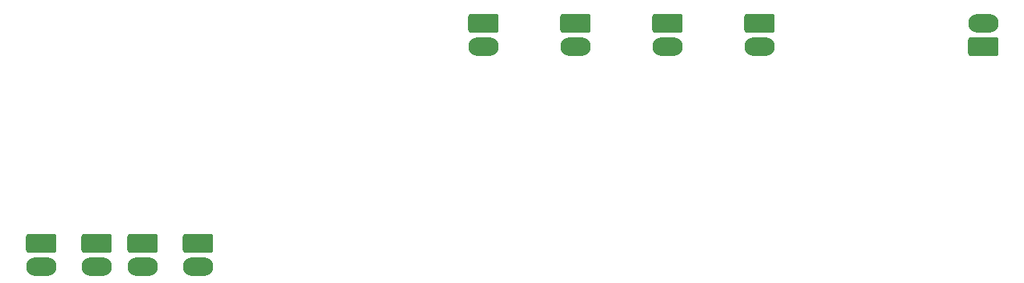
<source format=gbp>
G04 Layer_Color=128*
%FSLAX44Y44*%
%MOMM*%
G71*
G01*
G75*
%ADD14O,3.3020X2.0320*%
G04:AMPARAMS|DCode=15|XSize=3.302mm|YSize=2.032mm|CornerRadius=0.254mm|HoleSize=0mm|Usage=FLASHONLY|Rotation=180.000|XOffset=0mm|YOffset=0mm|HoleType=Round|Shape=RoundedRectangle|*
%AMROUNDEDRECTD15*
21,1,3.3020,1.5240,0,0,180.0*
21,1,2.7940,2.0320,0,0,180.0*
1,1,0.5080,-1.3970,0.7620*
1,1,0.5080,1.3970,0.7620*
1,1,0.5080,1.3970,-0.7620*
1,1,0.5080,-1.3970,-0.7620*
%
%ADD15ROUNDEDRECTD15*%
D14*
X2526350Y1012700D02*
D03*
X2283650Y987300D02*
D03*
X2183650D02*
D03*
X2083650D02*
D03*
X1983650D02*
D03*
X1673650Y747300D02*
D03*
X1613650D02*
D03*
X1563650D02*
D03*
X1503650D02*
D03*
D15*
X2526350Y987300D02*
D03*
X2283650Y1012700D02*
D03*
X2183650D02*
D03*
X2083650D02*
D03*
X1983650D02*
D03*
X1673650Y772700D02*
D03*
X1613650D02*
D03*
X1563650D02*
D03*
X1503650D02*
D03*
M02*

</source>
